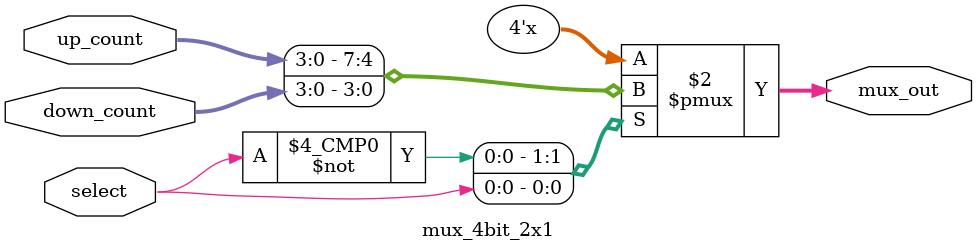
<source format=v>
module mux_4bit_2x1 (up_count, down_count, select, mux_out);

input [3:0]up_count, down_count;
input select;
output [3:0] mux_out;
reg[3:0] mux_out;

always@(*)
	begin
		case(select)
			1'b0 : mux_out = up_count;
			1'b1 : mux_out = down_count;
		default : mux_out = up_count;
		endcase
	end
endmodule

</source>
